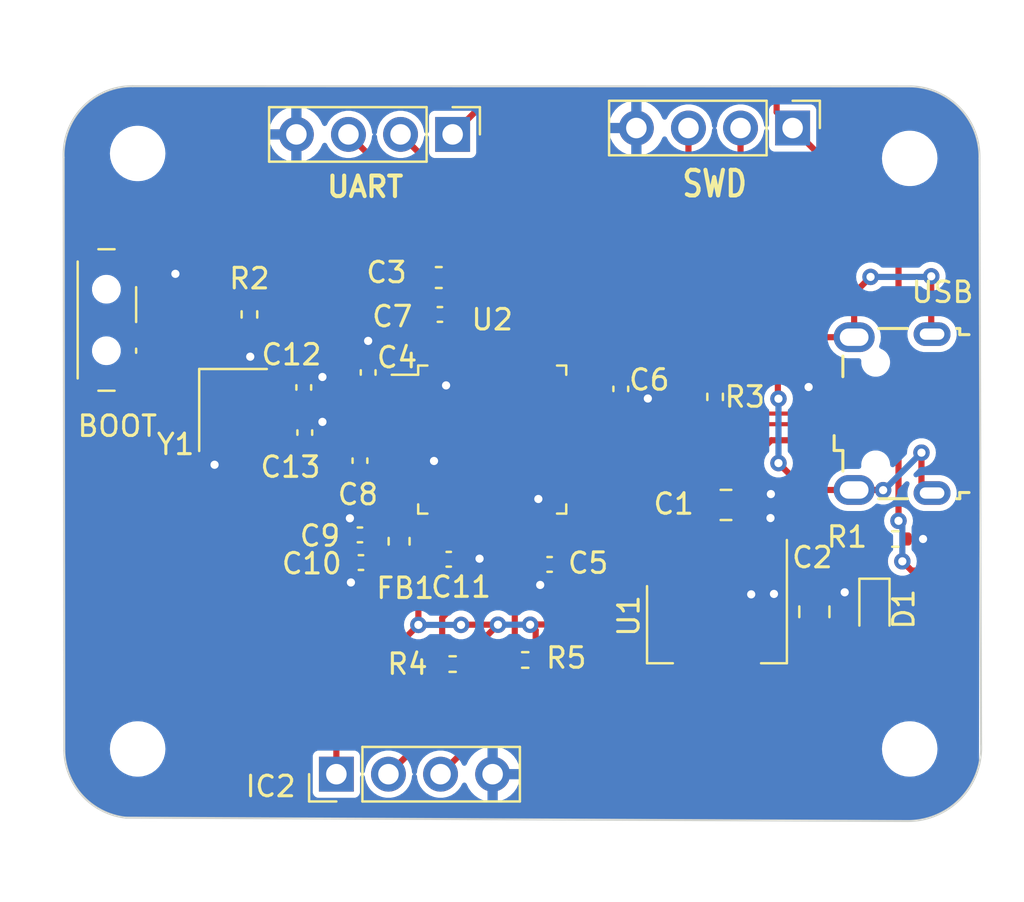
<source format=kicad_pcb>
(kicad_pcb (version 20221018) (generator pcbnew)
  (layers (0 "F.Cu" signal) (31 "B.Cu" power) (34 "B.Paste" user) (35 "F.Paste" user) (36 "B.SilkS" user "B.Silkscreen") (37 "F.SilkS" user "F.Silkscreen") (38 "B.Mask" user) (39 "F.Mask" user) (44 "Edge.Cuts" user))
  (net 0 "")
  (net 1 "VBUS")
  (net 2 "GND")
  (net 3 "+3.3V")
  (net 4 "+3.3VA")
  (net 5 "/NRST")
  (net 6 "/HSE_IN")
  (net 7 "/HSE_OUT")
  (net 8 "/PWR_LED_K")
  (net 9 "/USB_D-")
  (net 10 "/USB_D+")
  (net 12 "unconnected-(J1-Shield-Pad6)")
  (net 13 "/USART1_TX")
  (net 14 "/USART1_RX")
  (net 15 "/SWDIO")
  (net 16 "/SWCLK")
  (net 17 "/I2C2_SCL")
  (net 18 "/I2C2_SDA")
  (net 19 "/SW_B00T0")
  (net 20 "/B00T0")
  (footprint "Connector_PinHeader_2.54mm:PinHeader_1x04_P2.54mm_Vertical" (layer "F.Cu") (at 144.39 56.56 -90)
    (fp_text reference "J3")
    (fp_text value "Conn_01x04_Pin")
    (pad "1" thru_hole rect (at 0 0 270) (size 1.7 1.7) (drill 1) (layers "*.Cu" "*.Mask") (net 3 "+3.3V"))
    (pad "2" thru_hole oval (at 0 2.54 270) (size 1.7 1.7) (drill 1) (layers "*.Cu" "*.Mask") (net 15 "/SWDIO"))
    (pad "3" thru_hole oval (at 0 5.08 270) (size 1.7 1.7) (drill 1) (layers "*.Cu" "*.Mask") (net 16 "/SWCLK"))
    (pad "4" thru_hole oval (at 0 7.62 270) (size 1.7 1.7) (drill 1) (layers "*.Cu" "*.Mask") (net 2 "GND"))
  )
  (footprint "MountingHole:MountingHole_2.2mm_M2" (layer "F.Cu") (at 112.45 86.84)
    (fp_text reference "H1")
    (fp_text value "MountingHole")
    (pad "" np_thru_hole circle (at 0 0) (size 2.2 2.2) (drill 2.2) (layers "*.Cu" "*.Mask"))
  )
  (footprint "MountingHole:MountingHole_2.2mm_M2" (layer "F.Cu") (at 112.45 57.8)
    (fp_text reference "H4")
    (fp_text value "MountingHole")
    (pad "" np_thru_hole circle (at 0 0) (size 2.2 2.2) (drill 2.2) (layers "*.Cu" "*.Mask"))
  )
  (footprint "Capacitor_SMD:C_0402_1005Metric" (layer "F.Cu") (at 127.62 77.59)
    (fp_text reference "C11" (at 0.6 1.35) (layer "F.SilkS"))
    (fp_text value "100n")
    (pad "1" smd roundrect (at -0.48 0) (size 0.56 0.62) (layers "F.Cu" "F.Paste" "F.Mask") (net 5 "/NRST"))
    (pad "2" smd roundrect (at 0.48 0) (size 0.56 0.62) (layers "F.Cu" "F.Paste" "F.Mask") (net 2 "GND"))
  )
  (footprint "Resistor_SMD:R_0402_1005Metric" (layer "F.Cu") (at 140.61 69.67 -90)
    (fp_text reference "R3" (at 0 -1.45 -180) (layer "F.SilkS"))
    (fp_text value "1k5")
    (pad "1" smd roundrect (at -0.51 0 270) (size 0.54 0.64) (layers "F.Cu" "F.Paste" "F.Mask") (net 3 "+3.3V"))
    (pad "2" smd roundrect (at 0.51 0 270) (size 0.54 0.64) (layers "F.Cu" "F.Paste" "F.Mask") (net 10 "/USB_D+"))
  )
  (footprint "Resistor_SMD:R_0402_1005Metric" (layer "F.Cu") (at 117.9 65.65 90)
    (fp_text reference "R2" (at 1.75 0 180) (layer "F.SilkS"))
    (fp_text value "10k")
    (pad "1" smd roundrect (at -0.51 0 90) (size 0.54 0.64) (layers "F.Cu" "F.Paste" "F.Mask") (net 19 "/SW_B00T0"))
    (pad "2" smd roundrect (at 0.51 0 90) (size 0.54 0.64) (layers "F.Cu" "F.Paste" "F.Mask") (net 20 "/B00T0"))
  )
  (footprint "Button_Switch_SMD:SW_SPDT_PCM12" (layer "F.Cu") (at 111.255 65.92 -90)
    (fp_text reference "SW1")
    (fp_text value "SW_SPDT")
    (pad "" smd rect (at -3.65 -0.78 270) (size 1 0.8) (layers "F.Cu" "F.Paste" "F.Mask"))
    (pad "" smd rect (at -3.65 1.43 270) (size 1 0.8) (layers "F.Cu" "F.Paste" "F.Mask"))
    (pad "" np_thru_hole circle (at -1.5 0.33 270) (size 0.9 0.9) (drill 0.9) (layers "*.Cu" "*.Mask"))
    (pad "" np_thru_hole circle (at 1.5 0.33 270) (size 0.9 0.9) (drill 0.9) (layers "*.Cu" "*.Mask"))
    (pad "" smd rect (at 3.65 -0.78 270) (size 1 0.8) (layers "F.Cu" "F.Paste" "F.Mask"))
    (pad "" smd rect (at 3.65 1.43 270) (size 1 0.8) (layers "F.Cu" "F.Paste" "F.Mask"))
    (pad "1" smd rect (at -2.25 -1.43 270) (size 0.7 1.5) (layers "F.Cu" "F.Paste" "F.Mask") (net 2 "GND"))
    (pad "2" smd rect (at 0.75 -1.43 270) (size 0.7 1.5) (layers "F.Cu" "F.Paste" "F.Mask") (net 19 "/SW_B00T0"))
    (pad "3" smd rect (at 2.25 -1.43 270) (size 0.7 1.5) (layers "F.Cu" "F.Paste" "F.Mask") (net 3 "+3.3V"))
  )
  (footprint "LED_SMD:LED_0603_1608Metric" (layer "F.Cu") (at 148.38 80.0225 -90)
    (fp_text reference "D1" (at 0 -1.43 90) (layer "F.SilkS"))
    (fp_text value "RED")
    (pad "1" smd roundrect (at -0.7875 0 270) (size 0.875 0.95) (layers "F.Cu" "F.Paste" "F.Mask") (net 8 "/PWR_LED_K"))
    (pad "2" smd roundrect (at 0.7875 0 270) (size 0.875 0.95) (layers "F.Cu" "F.Paste" "F.Mask") (net 3 "+3.3V"))
  )
  (footprint "Resistor_SMD:R_0402_1005Metric" (layer "F.Cu") (at 131.35 82.5 180)
    (fp_text reference "R5" (at -2 0.1) (layer "F.SilkS"))
    (fp_text value "1k5")
    (pad "1" smd roundrect (at -0.51 0 180) (size 0.54 0.64) (layers "F.Cu" "F.Paste" "F.Mask") (net 3 "+3.3V"))
    (pad "2" smd roundrect (at 0.51 0 180) (size 0.54 0.64) (layers "F.Cu" "F.Paste" "F.Mask") (net 18 "/I2C2_SDA"))
  )
  (footprint "Package_QFP:LQFP-48_7x7mm_P0.5mm" (layer "F.Cu") (at 129.74 71.7525)
    (fp_text reference "U2" (at 0 -5.85) (layer "F.SilkS"))
    (fp_text value "STM32F103C8Tx")
    (pad "1" smd roundrect (at -4.1625 -2.75) (size 1.475 0.3) (layers "F.Cu" "F.Paste" "F.Mask") (net 3 "+3.3V"))
    (pad "2" smd roundrect (at -4.1625 -2.25) (size 1.475 0.3) (layers "F.Cu" "F.Paste" "F.Mask"))
    (pad "3" smd roundrect (at -4.1625 -1.75) (size 1.475 0.3) (layers "F.Cu" "F.Paste" "F.Mask"))
    (pad "4" smd roundrect (at -4.1625 -1.25) (size 1.475 0.3) (layers "F.Cu" "F.Paste" "F.Mask"))
    (pad "5" smd roundrect (at -4.1625 -0.75) (size 1.475 0.3) (layers "F.Cu" "F.Paste" "F.Mask") (net 6 "/HSE_IN"))
    (pad "6" smd roundrect (at -4.1625 -0.25) (size 1.475 0.3) (layers "F.Cu" "F.Paste" "F.Mask") (net 7 "/HSE_OUT"))
    (pad "7" smd roundrect (at -4.1625 0.25) (size 1.475 0.3) (layers "F.Cu" "F.Paste" "F.Mask") (net 5 "/NRST"))
    (pad "8" smd roundrect (at -4.1625 0.75) (size 1.475 0.3) (layers "F.Cu" "F.Paste" "F.Mask") (net 2 "GND"))
    (pad "9" smd roundrect (at -4.1625 1.25) (size 1.475 0.3) (layers "F.Cu" "F.Paste" "F.Mask") (net 4 "+3.3VA"))
    (pad "10" smd roundrect (at -4.1625 1.75) (size 1.475 0.3) (layers "F.Cu" "F.Paste" "F.Mask"))
    (pad "11" smd roundrect (at -4.1625 2.25) (size 1.475 0.3) (layers "F.Cu" "F.Paste" "F.Mask"))
    (pad "12" smd roundrect (at -4.1625 2.75) (size 1.475 0.3) (layers "F.Cu" "F.Paste" "F.Mask"))
    (pad "13" smd roundrect (at -2.75 4.1625) (size 0.3 1.475) (layers "F.Cu" "F.Paste" "F.Mask"))
    (pad "14" smd roundrect (at -2.25 4.1625) (size 0.3 1.475) (layers "F.Cu" "F.Paste" "F.Mask"))
    (pad "15" smd roundrect (at -1.75 4.1625) (size 0.3 1.475) (layers "F.Cu" "F.Paste" "F.Mask"))
    (pad "16" smd roundrect (at -1.25 4.1625) (size 0.3 1.475) (layers "F.Cu" "F.Paste" "F.Mask"))
    (pad "17" smd roundrect (at -0.75 4.1625) (size 0.3 1.475) (layers "F.Cu" "F.Paste" "F.Mask"))
    (pad "18" smd roundrect (at -0.25 4.1625) (size 0.3 1.475) (layers "F.Cu" "F.Paste" "F.Mask"))
    (pad "19" smd roundrect (at 0.25 4.1625) (size 0.3 1.475) (layers "F.Cu" "F.Paste" "F.Mask"))
    (pad "20" smd roundrect (at 0.75 4.1625) (size 0.3 1.475) (layers "F.Cu" "F.Paste" "F.Mask"))
    (pad "21" smd roundrect (at 1.25 4.1625) (size 0.3 1.475) (layers "F.Cu" "F.Paste" "F.Mask") (net 17 "/I2C2_SCL"))
    (pad "22" smd roundrect (at 1.75 4.1625) (size 0.3 1.475) (layers "F.Cu" "F.Paste" "F.Mask") (net 18 "/I2C2_SDA"))
    (pad "23" smd roundrect (at 2.25 4.1625) (size 0.3 1.475) (layers "F.Cu" "F.Paste" "F.Mask") (net 2 "GND"))
    (pad "24" smd roundrect (at 2.75 4.1625) (size 0.3 1.475) (layers "F.Cu" "F.Paste" "F.Mask") (net 3 "+3.3V"))
    (pad "25" smd roundrect (at 4.1625 2.75) (size 1.475 0.3) (layers "F.Cu" "F.Paste" "F.Mask"))
    (pad "26" smd roundrect (at 4.1625 2.25) (size 1.475 0.3) (layers "F.Cu" "F.Paste" "F.Mask"))
    (pad "27" smd roundrect (at 4.1625 1.75) (size 1.475 0.3) (layers "F.Cu" "F.Paste" "F.Mask"))
    (pad "28" smd roundrect (at 4.1625 1.25) (size 1.475 0.3) (layers "F.Cu" "F.Paste" "F.Mask"))
    (pad "29" smd roundrect (at 4.1625 0.75) (size 1.475 0.3) (layers "F.Cu" "F.Paste" "F.Mask"))
    (pad "30" smd roundrect (at 4.1625 0.25) (size 1.475 0.3) (layers "F.Cu" "F.Paste" "F.Mask"))
    (pad "31" smd roundrect (at 4.1625 -0.25) (size 1.475 0.3) (layers "F.Cu" "F.Paste" "F.Mask"))
    (pad "32" smd roundrect (at 4.1625 -0.75) (size 1.475 0.3) (layers "F.Cu" "F.Paste" "F.Mask") (net 9 "/USB_D-"))
    (pad "33" smd roundrect (at 4.1625 -1.25) (size 1.475 0.3) (layers "F.Cu" "F.Paste" "F.Mask") (net 10 "/USB_D+"))
    (pad "34" smd roundrect (at 4.1625 -1.75) (size 1.475 0.3) (layers "F.Cu" "F.Paste" "F.Mask") (net 15 "/SWDIO"))
    (pad "35" smd roundrect (at 4.1625 -2.25) (size 1.475 0.3) (layers "F.Cu" "F.Paste" "F.Mask") (net 2 "GND"))
    (pad "36" smd roundrect (at 4.1625 -2.75) (size 1.475 0.3) (layers "F.Cu" "F.Paste" "F.Mask") (net 3 "+3.3V"))
    (pad "37" smd roundrect (at 2.75 -4.1625) (size 0.3 1.475) (layers "F.Cu" "F.Paste" "F.Mask") (net 16 "/SWCLK"))
    (pad "38" smd roundrect (at 2.25 -4.1625) (size 0.3 1.475) (layers "F.Cu" "F.Paste" "F.Mask"))
    (pad "39" smd roundrect (at 1.75 -4.1625) (size 0.3 1.475) (layers "F.Cu" "F.Paste" "F.Mask"))
    (pad "40" smd roundrect (at 1.25 -4.1625) (size 0.3 1.475) (layers "F.Cu" "F.Paste" "F.Mask"))
    (pad "41" smd roundrect (at 0.75 -4.1625) (size 0.3 1.475) (layers "F.Cu" "F.Paste" "F.Mask"))
    (pad "42" smd roundrect (at 0.25 -4.1625) (size 0.3 1.475) (layers "F.Cu" "F.Paste" "F.Mask") (net 13 "/USART1_TX"))
    (pad "43" smd roundrect (at -0.25 -4.1625) (size 0.3 1.475) (layers "F.Cu" "F.Paste" "F.Mask") (net 14 "/USART1_RX"))
    (pad "44" smd roundrect (at -0.75 -4.1625) (size 0.3 1.475) (layers "F.Cu" "F.Paste" "F.Mask") (net 20 "/B00T0"))
    (pad "45" smd roundrect (at -1.25 -4.1625) (size 0.3 1.475) (layers "F.Cu" "F.Paste" "F.Mask"))
    (pad "46" smd roundrect (at -1.75 -4.1625) (size 0.3 1.475) (layers "F.Cu" "F.Paste" "F.Mask"))
    (pad "47" smd roundrect (at -2.25 -4.1625) (size 0.3 1.475) (layers "F.Cu" "F.Paste" "F.Mask") (net 2 "GND"))
    (pad "48" smd roundrect (at -2.75 -4.1625) (size 0.3 1.475) (layers "F.Cu" "F.Paste" "F.Mask") (net 3 "+3.3V"))
  )
  (footprint "Capacitor_SMD:C_0402_1005Metric" (layer "F.Cu") (at 132.54 77.84 180)
    (fp_text reference "C5" (at -1.8768 0.0652) (layer "F.SilkS"))
    (fp_text value "100n")
    (pad "1" smd roundrect (at -0.48 0 180) (size 0.56 0.62) (layers "F.Cu" "F.Paste" "F.Mask") (net 3 "+3.3V"))
    (pad "2" smd roundrect (at 0.48 0 180) (size 0.56 0.62) (layers "F.Cu" "F.Paste" "F.Mask") (net 2 "GND"))
  )
  (footprint "Capacitor_SMD:C_0603_1608Metric" (layer "F.Cu") (at 127.135 63.85)
    (fp_text reference "C3" (at -2.55 -0.25) (layer "F.SilkS"))
    (fp_text value "10u")
    (pad "1" smd roundrect (at -0.775 0) (size 0.9 0.95) (layers "F.Cu" "F.Paste" "F.Mask") (net 3 "+3.3V"))
    (pad "2" smd roundrect (at 0.775 0) (size 0.9 0.95) (layers "F.Cu" "F.Paste" "F.Mask") (net 2 "GND"))
  )
  (footprint "Capacitor_SMD:C_0402_1005Metric" (layer "F.Cu") (at 123.29 72.78 90)
    (fp_text reference "C8" (at -1.65 -0.1 180) (layer "F.SilkS"))
    (fp_text value "10n")
    (pad "1" smd roundrect (at -0.48 0 90) (size 0.56 0.62) (layers "F.Cu" "F.Paste" "F.Mask") (net 4 "+3.3VA"))
    (pad "2" smd roundrect (at 0.48 0 90) (size 0.56 0.62) (layers "F.Cu" "F.Paste" "F.Mask") (net 2 "GND"))
  )
  (footprint "Capacitor_SMD:C_0402_1005Metric" (layer "F.Cu") (at 123.29 76.4 180)
    (fp_text reference "C9" (at 1.95 -0.05) (layer "F.SilkS"))
    (fp_text value "1u")
    (pad "1" smd roundrect (at -0.48 0 180) (size 0.56 0.62) (layers "F.Cu" "F.Paste" "F.Mask") (net 4 "+3.3VA"))
    (pad "2" smd roundrect (at 0.48 0 180) (size 0.56 0.62) (layers "F.Cu" "F.Paste" "F.Mask") (net 2 "GND"))
  )
  (footprint "Connector_USB:USB_Micro-B_Wuerth_629105150521" (layer "F.Cu") (at 149.24 70.485 90)
    (fp_text reference "J1")
    (fp_text value "USB_B_Micro")
    (pad "" np_thru_hole oval (at -2.5 -0.8 90) (size 0.8 0.8) (drill 0.8) (layers "*.Cu" "*.Mask"))
    (pad "" np_thru_hole oval (at 2.5 -0.8 90) (size 0.8 0.8) (drill 0.8) (layers "*.Cu" "*.Mask"))
    (pad "1" smd rect (at -1.3 -1.9 90) (size 0.45 1.3) (layers "F.Cu" "F.Paste" "F.Mask") (net 1 "VBUS"))
    (pad "2" smd rect (at -0.65 -1.9 90) (size 0.45 1.3) (layers "F.Cu" "F.Paste" "F.Mask") (net 9 "/USB_D-"))
    (pad "3" smd rect (at 0 -1.9 90) (size 0.45 1.3) (layers "F.Cu" "F.Paste" "F.Mask") (net 10 "/USB_D+"))
    (pad "4" smd rect (at 0.65 -1.9 90) (size 0.45 1.3) (layers "F.Cu" "F.Paste" "F.Mask"))
    (pad "5" smd rect (at 1.3 -1.9 90) (size 0.45 1.3) (layers "F.Cu" "F.Paste" "F.Mask") (net 2 "GND"))
    (pad "6" thru_hole oval (at -3.875 1.95 90) (size 1.15 1.8) (drill oval 0.55 1.2) (layers "*.Cu" "*.Mask") (net 12 "unconnected-(J1-Shield-Pad6)"))
    (pad "6" thru_hole oval (at -3.725 -1.85 90) (size 1.45 2) (drill oval 0.85 1.4) (layers "*.Cu" "*.Mask") (net 12 "unconnected-(J1-Shield-Pad6)"))
    (pad "6" thru_hole oval (at 3.725 -1.85 90) (size 1.45 2) (drill oval 0.85 1.4) (layers "*.Cu" "*.Mask") (net 12 "unconnected-(J1-Shield-Pad6)"))
    (pad "6" thru_hole oval (at 3.875 1.95 90) (size 1.15 1.8) (drill oval 0.55 1.2) (layers "*.Cu" "*.Mask") (net 12 "unconnected-(J1-Shield-Pad6)"))
  )
  (footprint "Resistor_SMD:R_0402_1005Metric" (layer "F.Cu") (at 149.4 76.6)
    (fp_text reference "R1" (at -2.36 -0.1) (layer "F.SilkS"))
    (fp_text value "1k5")
    (pad "1" smd roundrect (at -0.51 0) (size 0.54 0.64) (layers "F.Cu" "F.Paste" "F.Mask") (net 8 "/PWR_LED_K"))
    (pad "2" smd roundrect (at 0.51 0) (size 0.54 0.64) (layers "F.Cu" "F.Paste" "F.Mask") (net 2 "GND"))
  )
  (footprint "Capacitor_SMD:C_0402_1005Metric" (layer "F.Cu") (at 123.69 68.48 90)
    (fp_text reference "C4" (at 0.73 1.41) (layer "F.SilkS"))
    (fp_text value "100n")
    (pad "1" smd roundrect (at -0.48 0 90) (size 0.56 0.62) (layers "F.Cu" "F.Paste" "F.Mask") (net 3 "+3.3V"))
    (pad "2" smd roundrect (at 0.48 0 90) (size 0.56 0.62) (layers "F.Cu" "F.Paste" "F.Mask") (net 2 "GND"))
  )
  (footprint "Capacitor_SMD:C_0805_2012Metric" (layer "F.Cu") (at 141.14 74.94)
    (fp_text reference "C1" (at -2.55 -0.05) (layer "F.SilkS"))
    (fp_text value "22u")
    (pad "1" smd roundrect (at -0.95 0) (size 1 1.45) (layers "F.Cu" "F.Paste" "F.Mask") (net 1 "VBUS"))
    (pad "2" smd roundrect (at 0.95 0) (size 1 1.45) (layers "F.Cu" "F.Paste" "F.Mask") (net 2 "GND"))
  )
  (footprint "Capacitor_SMD:C_0805_2012Metric" (layer "F.Cu") (at 145.45 80.15 90)
    (fp_text reference "C2" (at 2.65 -0.1 180) (layer "F.SilkS"))
    (fp_text value "22u")
    (pad "1" smd roundrect (at -0.95 0 90) (size 1 1.45) (layers "F.Cu" "F.Paste" "F.Mask") (net 3 "+3.3V"))
    (pad "2" smd roundrect (at 0.95 0 90) (size 1 1.45) (layers "F.Cu" "F.Paste" "F.Mask") (net 2 "GND"))
  )
  (footprint "Connector_PinHeader_2.54mm:PinHeader_1x04_P2.54mm_Vertical" (layer "F.Cu") (at 127.81 56.87 -90)
    (fp_text reference "J2")
    (fp_text value "Conn_01x04_Pin")
    (pad "1" thru_hole rect (at 0 0 270) (size 1.7 1.7) (drill 1) (layers "*.Cu" "*.Mask") (net 3 "+3.3V"))
    (pad "2" thru_hole oval (at 0 2.54 270) (size 1.7 1.7) (drill 1) (layers "*.Cu" "*.Mask") (net 13 "/USART1_TX"))
    (pad "3" thru_hole oval (at 0 5.08 270) (size 1.7 1.7) (drill 1) (layers "*.Cu" "*.Mask") (net 14 "/USART1_RX"))
    (pad "4" thru_hole oval (at 0 7.62 270) (size 1.7 1.7) (drill 1) (layers "*.Cu" "*.Mask") (net 2 "GND"))
  )
  (footprint "MountingHole:MountingHole_2.2mm_M2" (layer "F.Cu") (at 150.1 86.84)
    (fp_text reference "H2")
    (fp_text value "MountingHole")
    (pad "" np_thru_hole circle (at 0 0) (size 2.2 2.2) (drill 2.2) (layers "F&B.Cu" "*.Mask"))
  )
  (footprint "Package_TO_SOT_SMD:SOT-223-3_TabPin2" (layer "F.Cu") (at 140.7 80.75 -90)
    (fp_text reference "U1" (at -0.4 4.3 90) (layer "F.SilkS"))
    (fp_text value "AMS1117-3.3")
    (pad "1" smd rect (at -3.15 -2.3 270) (size 2 1.5) (layers "F.Cu" "F.Paste" "F.Mask") (net 2 "GND"))
    (pad "2" smd rect (at -3.15 0 270) (size 2 1.5) (layers "F.Cu" "F.Paste" "F.Mask") (net 3 "+3.3V"))
    (pad "2" smd rect (at 3.15 0 270) (size 2 3.8) (layers "F.Cu" "F.Paste" "F.Mask") (net 3 "+3.3V"))
    (pad "3" smd rect (at -3.15 2.3 270) (size 2 1.5) (layers "F.Cu" "F.Paste" "F.Mask") (net 1 "VBUS"))
  )
  (footprint "Crystal:Crystal_SMD_3225-4Pin_3.2x2.5mm" (layer "F.Cu") (at 117.1 70.31 -90)
    (fp_text reference "Y1" (at 1.6736 2.8 -180) (layer "F.SilkS"))
    (fp_text value "16MHz")
    (pad "1" smd rect (at -1.1 0.85 270) (size 1.4 1.2) (layers "F.Cu" "F.Paste" "F.Mask") (net 6 "/HSE_IN"))
    (pad "2" smd rect (at 1.1 0.85 270) (size 1.4 1.2) (layers "F.Cu" "F.Paste" "F.Mask") (net 2 "GND"))
    (pad "3" smd rect (at 1.1 -0.85 270) (size 1.4 1.2) (layers "F.Cu" "F.Paste" "F.Mask") (net 7 "/HSE_OUT"))
    (pad "4" smd rect (at -1.1 -0.85 270) (size 1.4 1.2) (layers "F.Cu" "F.Paste" "F.Mask") (net 2 "GND"))
  )
  (footprint "Capacitor_SMD:C_0402_1005Metric" (layer "F.Cu") (at 136.01 69.28 -90)
    (fp_text reference "C6" (at -0.44 -1.39 -180) (layer "F.SilkS"))
    (fp_text value "100n")
    (pad "1" smd roundrect (at -0.48 0 270) (size 0.56 0.62) (layers "F.Cu" "F.Paste" "F.Mask") (net 3 "+3.3V"))
    (pad "2" smd roundrect (at 0.48 0 270) (size 0.56 0.62) (layers "F.Cu" "F.Paste" "F.Mask") (net 2 "GND"))
  )
  (footprint "Capacitor_SMD:C_0402_1005Metric" (layer "F.Cu") (at 120.55 69.21 90)
    (fp_text reference "C12" (at 1.6 -0.6 180) (layer "F.SilkS"))
    (fp_text value "10p")
    (pad "1" smd roundrect (at -0.48 0 90) (size 0.56 0.62) (layers "F.Cu" "F.Paste" "F.Mask") (net 6 "/HSE_IN"))
    (pad "2" smd roundrect (at 0.48 0 90) (size 0.56 0.62) (layers "F.Cu" "F.Paste" "F.Mask") (net 2 "GND"))
  )
  (footprint "Capacitor_SMD:C_0402_1005Metric" (layer "F.Cu") (at 120.6 71.41 90)
    (fp_text reference "C13" (at -1.68 -0.7) (layer "F.SilkS"))
    (fp_text value "10p")
    (pad "1" smd roundrect (at -0.48 0 90) (size 0.56 0.62) (layers "F.Cu" "F.Paste" "F.Mask") (net 7 "/HSE_OUT"))
    (pad "2" smd roundrect (at 0.48 0 90) (size 0.56 0.62) (layers "F.Cu" "F.Paste" "F.Mask") (net 2 "GND"))
  )
  (footprint "Capacitor_SMD:C_0402_1005Metric" (layer "F.Cu") (at 123.34 77.75 180)
    (fp_text reference "C10" (at 2.4 -0.05) (layer "F.SilkS"))
    (fp_text value "1u")
    (pad "1" smd roundrect (at -0.48 0 180) (size 0.56 0.62) (layers "F.Cu" "F.Paste" "F.Mask") (net 3 "+3.3V"))
    (pad "2" smd roundrect (at 0.48 0 180) (size 0.56 0.62) (layers "F.Cu" "F.Paste" "F.Mask") (net 2 "GND"))
  )
  (footprint "MountingHole:MountingHole_2.2mm_M2" (layer "F.Cu") (at 150.1 58.04)
    (fp_text reference "H3")
    (fp_text value "MountingHole")
    (pad "" np_thru_hole circle (at 0 0) (size 2.2 2.2) (drill 2.2) (layers "*.Cu" "*.Mask"))
  )
  (footprint "Inductor_SMD:L_0603_1608Metric" (layer "F.Cu") (at 125.2 76.7125 -90)
    (fp_text reference "FB1" (at 2.2875 -0.3 -180) (layer "F.SilkS"))
    (fp_text value "120R")
    (pad "1" smd roundrect (at -0.7875 0 270) (size 0.875 0.95) (layers "F.Cu" "F.Paste" "F.Mask") (net 4 "+3.3VA"))
    (pad "2" smd roundrect (at 0.7875 0 270) (size 0.875 0.95) (layers "F.Cu" "F.Paste" "F.Mask") (net 3 "+3.3V"))
  )
  (footprint "Connector_PinHeader_2.54mm:PinHeader_1x04_P2.54mm_Vertical" (layer "F.Cu") (at 122.14 88.07 90)
    (fp_text reference "J4")
    (fp_text value "Conn_01x04_Pin")
    (pad "1" thru_hole rect (at 0 0 90) (size 1.7 1.7) (drill 1) (layers "*.Cu" "*.Mask") (net 3 "+3.3V"))
    (pad "2" thru_hole oval (at 0 2.54 90) (size 1.7 1.7) (drill 1) (layers "*.Cu" "*.Mask") (net 17 "/I2C2_SCL"))
    (pad "3" thru_hole oval (at 0 5.08 90) (size 1.7 1.7) (drill 1) (layers "*.Cu" "*.Mask") (net 18 "/I2C2_SDA"))
    (pad "4" thru_hole oval (at 0 7.62 90) (size 1.7 1.7) (drill 1) (layers "*.Cu" "*.Mask") (net 2 "GND"))
  )
  (footprint "Capacitor_SMD:C_0402_1005Metric" (layer "F.Cu") (at 127.19 65.65)
    (fp_text reference "C7" (at -2.32 0.1) (layer "F.SilkS"))
    (fp_text value "100n")
    (pad "1" smd roundrect (at -0.48 0) (size 0.56 0.62) (layers "F.Cu" "F.Paste" "F.Mask") (net 3 "+3.3V"))
    (pad "2" smd roundrect (at 0.48 0) (size 0.56 0.62) (layers "F.Cu" "F.Paste" "F.Mask") (net 2 "GND"))
  )
  (footprint "Resistor_SMD:R_0402_1005Metric" (layer "F.Cu") (at 127.81 82.7 180)
    (fp_text reference "R4" (at 2.2 0) (layer "F.SilkS"))
    (fp_text value "1k5")
    (pad "1" smd roundrect (at -0.51 0 180) (size 0.54 0.64) (layers "F.Cu" "F.Paste" "F.Mask") (net 3 "+3.3V"))
    (pad "2" smd roundrect (at 0.51 0 180) (size 0.54 0.64) (layers "F.Cu" "F.Paste" "F.Mask") (net 17 "/I2C2_SCL"))
  )
  (gr_arc (start 111.88 90.189999) (mid 109.762653 89.123604) (end 108.871826 86.92661) (stroke (width 0.1)) (layer "Edge.Cuts"))
  (gr_arc (start 150.147759 54.529949) (mid 152.55117 55.590382) (end 153.499999 58.04) (stroke (width 0.1)) (layer "Edge.Cuts"))
  (gr_line (start 153.58 86.6) (end 153.5 58.04) (stroke (width 0.1)) (layer "Edge.Cuts"))
  (gr_line (start 150.038536 90.353827) (end 111.88 90.19) (stroke (width 0.1)) (layer "Edge.Cuts"))
  (gr_arc (start 153.58 86.6) (mid 152.606963 89.229481) (end 150.038536 90.353827) (stroke (width 0.1)) (layer "Edge.Cuts"))
  (gr_arc (start 108.842535 57.993499) (mid 109.781849 55.535056) (end 112.21 54.520001) (stroke (width 0.1)) (layer "Edge.Cuts"))
  (gr_line (start 112.21 54.52) (end 150.147759 54.529949) (stroke (width 0.1)) (layer "Edge.Cuts"))
  (gr_line (start 108.871826 86.92661) (end 108.842535 57.993499) (stroke (width 0.1)) (layer "Edge.Cuts"))
  (gr_text "Prince Lee Muhera\nAspiring Hardware Engineer" (at 132.6388 89.154) (layer "F.Cu") (effects (font (size 0.7 0.7) (thickness 0.125) bold) (justify left bottom)))
  (gr_text "UART" (at 121.58 60.01) (layer "F.SilkS") (effects (font (size 1 1) (thickness 0.2) bold) (justify left bottom)))
  (gr_text "BOOT" (at 109.43 71.68) (layer "F.SilkS") (effects (font (size 1 1)) (justify left bottom)))
  (gr_text "USB" (at 150.1 65.15) (layer "F.SilkS") (effects (font (size 1 1)) (justify left bottom)))
  (gr_text "IC2" (at 117.62 89.25) (layer "F.SilkS") (effects (font (size 1 1)) (justify left bottom)))
  (gr_text "SWD" (at 138.91 60.01) (layer "F.SilkS") (effects (font (size 1.25 1) (thickness 0.2) bold) (justify left bottom)))
  (segment (start 138.4 77.6) (end 138.4 76.73) (width 0.3) (layer "F.Cu") (net 1))
  (segment (start 138.4 76.73) (end 140.19 74.94) (width 0.3) (layer "F.Cu") (net 1))
  (segment (start 143.345 71.785) (end 147.34 71.785) (width 0.3) (layer "F.Cu") (net 1))
  (segment (start 140.19 74.94) (end 143.345 71.785) (width 0.3) (layer "F.Cu") (net 1))
  (segment (start 135.13 69.76) (end 136.01 69.76) (width 0.3) (layer "F.Cu") (net 2))
  (segment (start 124.33 72.33) (end 123.32 72.33) (width 0.3) (layer "F.Cu") (net 2))
  (segment (start 122.86 77.75) (end 122.86 78.71) (width 0.5) (layer "F.Cu") (net 2))
  (segment (start 117.95 69.21) (end 117.95 67.72) (width 0.3) (layer "F.Cu") (net 2))
  (segment (start 127.9 64.96) (end 127.9 63.86) (width 0.3) (layer "F.Cu") (net 2))
  (segment (start 123.32 72.33) (end 123.29 72.3) (width 0.3) (layer "F.Cu") (net 2))
  (segment (start 124.5025 72.5025) (end 124.33 72.33) (width 0.3) (layer "F.Cu") (net 2))
  (segment (start 132.06 78.8216) (end 132.08 78.8416) (width 0.3) (layer "F.Cu") (net 2))
  (segment (start 125.5775 72.5025) (end 124.5025 72.5025) (width 0.3) (layer "F.Cu") (net 2))
  (segment (start 127.67 65.65) (end 127.67 65.19) (width 0.3) (layer "F.Cu") (net 2))
  (segment (start 127.9 63.86) (end 127.91 63.85) (width 0.3) (layer "F.Cu") (net 2))
  (segment (start 122.81 76.4) (end 122.81 75.6) (width 0.5) (layer "F.Cu") (net 2))
  (segment (start 147.34 69.185) (end 145.175 69.185) (width 0.3) (layer "F.Cu") (net 2))
  (segment (start 149.91 76.6) (end 150.75 76.6) (width 0.3) (layer "F.Cu") (net 2))
  (segment (start 131.99 77.77) (end 132.06 77.84) (width 0.3) (layer "F.Cu") (net 2))
  (segment (start 120.6 70.93) (end 121.42 70.93) (width 0.5) (layer "F.Cu") (net 2))
  (segment (start 127.69 66.49) (end 127.69 65.67) (width 0.3) (layer "F.Cu") (net 2))
  (segment (start 136.01 69.76) (end 137.32 69.76) (width 0.3) (layer "F.Cu") (net 2))
  (segment (start 133.9025 69.5025) (end 134.8725 69.5025) (width 0.3) (layer "F.Cu") (net 2))
  (segment (start 120.55 68.73) (end 121.43 68.73) (width 0.5) (layer "F.Cu") (net 2))
  (segment (start 121.42 70.93) (end 121.46 70.89) (width 0.5) (layer "F.Cu") (net 2))
  (segment (start 145.175 69.185) (end 145.17 69.19) (width 0.3) (layer "F.Cu") (net 2))
  (segment (start 116.25 71.41) (end 116.25 72.93) (width 0.3) (layer "F.Cu") (net 2))
  (segment (start 127.49 66.69) (end 127.69 66.49) (width 0.3) (layer "F.Cu") (net 2))
  (segment (start 125.5775 72.5025) (end 126.608212 72.5025) (width 0.3) (layer "F.Cu") (net 2))
  (segment (start 126.608212 72.5025) (end 126.90152 72.795808) (width 0.3) (layer "F.Cu") (net 2))
  (segment (start 131.99 75.915) (end 131.99 74.65) (width 0.3) (layer "F.Cu") (net 2))
  (segment (start 127.49 67.59) (end 127.49 66.69) (width 0.3) (layer "F.Cu") (net 2))
  (segment (start 127.49 67.59) (end 127.49 69.11) (width 0.3) (layer "F.Cu") (net 2))
  (segment (start 132.06 77.84) (end 132.06 78.8216) (width 0.3) (layer "F.Cu") (net 2))
  (segment (start 129.122794 77.560793) (end 129.093587 77.59) (width 0.25) (layer "F.Cu") (net 2))
  (segment (start 112.685 63.67) (end 114.29 63.67) (width 0.5) (layer "F.Cu") (net 2))
  (segment (start 123.69 68) (end 123.69 66.94) (width 0.5) (layer "F.Cu") (net 2))
  (segment (start 121.43 68.73) (end 121.46 68.7) (width 0.5) (layer "F.Cu") (net 2))
  (segment (start 116.25 72.93) (end 116.2 72.98) (width 0.3) (layer "F.Cu") (net 2))
  (segment (start 129.093587 77.59) (end 128.1 77.59) (width 0.25) (layer "F.Cu") (net 2))
  (segment (start 137.32 69.76) (end 137.33 69.75) (width 0.3) (layer "F.Cu") (net 2))
  (segment (start 134.8725 69.5025) (end 135.13 69.76) (width 0.3) (layer "F.Cu") (net 2))
  (segment (start 117.95 67.72) (end 117.94 67.71) (width 0.3) (layer "F.Cu") (net 2))
  (segment (start 131.99 75.915) (end 131.99 77.77) (width 0.3) (layer "F.Cu") (net 2))
  (segment (start 127.69 65.67) (end 127.67 65.65) (width 0.3) (layer "F.Cu") (net 2))
  (segment (start 127.67 65.19) (end 127.9 64.96) (width 0.3) (layer "F.Cu") (net 2))
  (segment (start 122.81 75.6) (end 122.8 75.59) (width 0.5) (layer "F.Cu") (net 2))
  (segment (start 122.86 78.71) (end 122.85 78.72) (width 0.5) (layer "F.Cu") (net 2))
  (via (at 114.29 63.67) (size 0.8) (drill 0.4) (layers "F.Cu" "B.Cu") (net 2))
  (via (at 123.69 66.94) (size 0.8) (drill 0.4) (layers "F.Cu" "B.Cu") (net 2))
  (via (at 146.93 79.2) (size 0.8) (drill 0.4) (layers "F.Cu" "B.Cu") (net 2))
  (via (at 122.8 75.59) (size 0.8) (drill 0.4) (layers "F.Cu" "B.Cu") (net 2))
  (via (at 137.33 69.75) (size 0.8) (drill 0.4) (layers "F.Cu" "B.Cu") (net 2))
  (via (at 126.90152 72.795808) (size 0.8) (drill 0.4) (layers "F.Cu" "B.Cu") (net 2))
  (via (at 129.122794 77.560793) (size 0.8) (drill 0.4) (layers "F.Cu" "B.Cu") (net 2))
  (via (at 142.37 79.3) (size 0.8) (drill 0.4) (layers "F.Cu" "B.Cu") (net 2))
  (via (at 122.85 78.72) (size 0.8) (drill 0.4) (layers "F.Cu" "B.Cu") (net 2))
  (via (at 127.49 69.11) (size 0.8) (drill 0.4) (layers "F.Cu" "B.Cu") (net 2))
  (via (at 143.48 79.28) (size 0.8) (drill 0.4) (layers "F.Cu" "B.Cu") (net 2))
  (via (at 132.08 78.8416) (size 0.8) (drill 0.4) (layers "F.Cu" "B.Cu") (net 2))
  (via (at 143.33 74.41) (size 0.8) (drill 0.4) (layers "F.Cu" "B.Cu") (net 2))
  (via (at 121.46 70.89) (size 0.8) (drill 0.4) (layers "F.Cu" "B.Cu") (net 2))
  (via (at 116.2 72.98) (size 0.8) (drill 0.4) (layers "F.Cu" "B.Cu") (net 2))
  (via (at 121.46 68.7) (size 0.8) (drill 0.4) (layers "F.Cu" "B.Cu") (net 2))
  (via (at 150.75 76.6) (size 0.8) (drill 0.4) (layers "F.Cu" "B.Cu") (net 2))
  (via (at 143.31 75.58) (size 0.8) (drill 0.4) (layers "F.Cu" "B.Cu") (net 2))
  (via (at 131.99 74.65) (size 0.8) (drill 0.4) (layers "F.Cu" "B.Cu") (net 2))
  (via (at 117.94 67.71) (size 0.8) (drill 0.4) (layers "F.Cu" "B.Cu") (net 2))
  (via (at 145.17 69.19) (size 0.8) (drill 0.4) (layers "F.Cu" "B.Cu") (net 2))
  (segment (start 132.49 75.915) (end 132.49 77.267035) (width 0.3) (layer "F.Cu") (net 3))
  (segment (start 126.14 80.79) (end 126.14 78.44) (width 0.3) (layer "F.Cu") (net 3))
  (segment (start 147.04 81.1) (end 147.04 82.43) (width 0.3) (layer "F.Cu") (net 3))
  (segment (start 128.32 82.7) (end 128.32 82.48) (width 0.3) (layer "F.Cu") (net 3))
  (segment (start 126.71 65.65) (end 126.71 65.32) (width 0.3) (layer "F.Cu") (net 3))
  (segment (start 126.43 65.04) (end 126.43 63.92) (width 0.3) (layer "F.Cu") (net 3))
  (segment (start 126.43 63.92) (end 126.36 63.85) (width 0.3) (layer "F.Cu") (net 3))
  (segment (start 131.86 81.0505) (end 131.5895 80.78) (width 0.3) (layer "F.Cu") (net 3))
  (segment (start 121.35 66.96) (end 122.01 66.96) (width 0.3) (layer "F.Cu") (net 3))
  (segment (start 132.572965 77.35) (end 132.58 77.35) (width 0.3) (layer "F.Cu") (net 3))
  (segment (start 143.609775 54.878234) (end 143.609775 55.779775) (width 0.3) (layer "F.Cu") (net 3))
  (segment (start 123.5 68.77) (end 123.69 68.96) (width 0.3) (layer "F.Cu") (net 3))
  (segment (start 148.09 81.1) (end 148.38 80.81) (width 0.3) (layer "F.Cu") (net 3))
  (segment (start 134.74 80.77) (end 134.74 79.56) (width 0.3) (layer "F.Cu") (net 3))
  (segment (start 126.14 78.44) (end 125.2 77.5) (width 0.3) (layer "F.Cu") (net 3))
  (segment (start 131.5995 80.77) (end 131.5895 80.78) (width 0.3) (layer "F.Cu") (net 3))
  (segment (start 145.6 86.17) (end 140.63 86.17) (width 0.3) (layer "F.Cu") (net 3))
  (segment (start 126.7 66.53) (end 126.7 65.66) (width 0.3) (layer "F.Cu") (net 3))
  (segment (start 113.085 68.17) (end 114.295 66.96) (width 0.3) (layer "F.Cu") (net 3))
  (segment (start 128.32 82.48) (end 130.02 80.78) (width 0.3) (layer "F.Cu") (net 3))
  (segment (start 128.23 80.78) (end 128.22 80.79) (width 0.3) (layer "F.Cu") (net 3))
  (segment (start 134.9075 69.0025) (end 135.12 68.79) (width 0.3) (layer "F.Cu") (net 3))
  (segment (start 140.7 86.1) (end 140.7 83.9) (width 0.3) (layer "F.Cu") (net 3))
  (segment (start 140.63 86.17) (end 135.76 86.17) (width 0.3) (layer "F.Cu") (net 3))
  (segment (start 122.865 84.065) (end 122.14 84.79) (width 0.3) (layer "F.Cu") (net 3))
  (segment (start 134.74 85.15) (end 134.74 80.77) (width 0.3) (layer "F.Cu") (net 3))
  (segment (start 126.7 65.66) (end 126.71 65.65) (width 0.3) (layer "F.Cu") (net 3))
  (segment (start 122.865 84.065) (end 112.785 73.985) (width 0.3) (layer "F.Cu") (net 3))
  (segment (start 132.49 77.267035) (end 132.572965 77.35) (width 0.3) (layer "F.Cu") (net 3))
  (segment (start 126.14 80.79) (end 122.865 84.065) (width 0.3) (layer "F.Cu") (net 3))
  (segment (start 147.04 85.15) (end 145.81 86.38) (width 0.3) (layer "F.Cu") (net 3))
  (segment (start 145.45 81.1) (end 147.04 81.1) (width 0.3) (layer "F.Cu") (net 3))
  (segment (start 151.65 78.14) (end 150.19 78.14) (width 0.3) (layer "F.Cu") (net 3))
  (segment (start 129.805386 54.874614) (end 143.609775 54.878234) (width 0.3) (layer "F.Cu") (net 3))
  (segment (start 134.74 80.77) (end 131.5995 80.77) (width 0.3) (layer "F.Cu") (net 3))
  (segment (start 121.35 66.96) (end 124.46 63.85) (width 0.3) (layer "F.Cu") (net 3))
  (segment (start 133.02 77.79) (end 133.02 77.84) (width 0.3) (layer "F.Cu") (net 3))
  (segment (start 130.02 80.78) (end 128.23 80.78) (width 0.3) (layer "F.Cu") (net 3))
  (segment (start 126.99 67.59) (end 126.99 66.82) (width 0.3) (layer "F.Cu") (net 3))
  (segment (start 140.25 68.8) (end 140.61 69.16) (width 0.3) (layer "F.Cu") (net 3))
  (segment (start 147.04 82.43) (end 147.04 85.15) (width 0.3) (layer "F.Cu") (net 3))
  (segment (start 114.295 66.96) (end 121.35 66.96) (width 0.3) (layer "F.Cu") (net 3))
  (segment (start 150.78 82.43) (end 151.66 81.55) (width 0.3) (layer "F.Cu") (net 3))
  (segment (start 123.82 77.75) (end 124.95 77.75) (width 0.3) (layer "F.Cu") (net 3))
  (segment (start 134.74 79.56) (end 133.02 77.84) (width 0.3) (layer "F.Cu") (net 3))
  (segment (start 145.81 86.38) (end 145.6 86.17) (width 0.3) (layer "F.Cu") (net 3))
  (segment (start 140.63 86.17) (end 140.7 86.1) (width 0.3) (layer "F.Cu") (net 3))
  (segment (start 122.14 84.79) (end 122.14 88.07) (width 0.3) (layer "F.Cu") (net 3))
  (segment (start 127.81 56.87) (end 129.805386 54.874614) (width 0.3) (layer "F.Cu") (net 3))
  (segment (start 135.76 86.17) (end 134.74 85.15) (width 0.3) (layer "F.Cu") (net 3))
  (segment (start 147.715 62.055) (end 140.61 69.16) (width 0.3) (layer "F.Cu") (net 3))
  (segment (start 126.71 65.32) (end 126.43 65.04) (width 0.3) (layer "F.Cu") (net 3))
  (segment (start 151.66 78.15) (end 151.65 78.14) (width 0.3) (layer "F.Cu") (net 3))
  (segment (start 135.13 68.8) (end 136.01 68.8) (width 0.3) (layer "F.Cu") (net 3))
  (segment (start 149.553532 75.714684) (end 149.553532 61.723532) (width 0.3) (layer "F.Cu") (net 3))
  (segment (start 124.46 63.85) (end 126.36 63.85) (width 0.3) (layer "F.Cu") (net 3))
  (segment (start 122.71 68.77) (end 123.5 68.77) (width 0.3) (layer "F.Cu") (net 3))
  (segment (start 147.715 59.885) (end 144.39 56.56) (width 0.3) (layer "F.Cu") (net 3))
  (segment (start 149.553532 61.723532) (end 147.715 59.885) (width 0.3) (layer "F.Cu") (net 3))
  (segment (start 136.01 68.8) (end 140.25 68.8) (width 0.3) (layer "F.Cu") (net 3))
  (segment (start 133.9025 69.0025) (end 134.9075 69.0025) (width 0.3) (layer "F.Cu") (net 3))
  (segment (start 112.785 73.985) (end 112.785 68.27) (width 0.3) (layer "F.Cu") (net 3))
  (segment (start 140.7 77.6) (end 140.7 83.9) (width 0.3) (layer "F.Cu") (net 3))
  (segment (start 124.95 77.75) (end 125.2 77.5) (width 0.3) (layer "F.Cu") (net 3))
  (segment (start 122.71 67.66) (end 122.71 68.77) (width 0.3) (layer "F.Cu") (net 3))
  (segment (start 131.86 82.5) (end 131.86 81.0505) (width 0.3) (layer "F.Cu") (net 3))
  (segment (start 147.04 82.43) (end 150.78 82.43) (width 0.3) (layer "F.Cu") (net 3))
  (segment (start 132.58 77.35) (end 133.02 77.79) (width 0.3) (layer "F.Cu") (net 3))
  (segment (start 112.785 68.27) (end 112.685 68.17) (width 0.3) (layer "F.Cu") (net 3))
  (segment (start 125.535 68.96) (end 125.5775 69.0025) (width 0.3) (layer "F.Cu") (net 3))
  (segment (start 122.01 66.96) (end 122.71 67.66) (width 0.3) (layer "F.Cu") (net 3))
  (segment (start 147.715 59.885) (end 147.715 62.055) (width 0.3) (layer "F.Cu") (net 3))
  (segment (start 112.685 68.17) (end 113.085 68.17) (width 0.3) (layer "F.Cu") (net 3))
  (segment (start 147.04 81.1) (end 148.09 81.1) (width 0.3) (layer "F.Cu") (net 3))
  (segment (start 150.19 78.14) (end 149.74 77.69) (width 0.3) (layer "F.Cu") (net 3))
  (segment (start 123.69 68.96) (end 125.535 68.96) (width 0.3) (layer "F.Cu") (net 3))
  (segment (start 135.12 68.79) (end 135.13 68.8) (width 0.3) (layer "F.Cu") (net 3))
  (segment (start 151.66 81.55) (end 151.66 78.15) (width 0.3) (layer "F.Cu") (net 3))
  (segment (start 126.99 66.82) (end 126.7 66.53) (width 0.3) (layer "F.Cu") (net 3))
  (segment (start 143.609775 55.779775) (end 144.39 56.56) (width 0.3) (layer "F.Cu") (net 3))
  (via (at 131.5895 80.78) (size 0.8) (drill 0.4) (layers "F.Cu" "B.Cu") (net 3))
  (via (at 128.22 80.79) (size 0.8) (drill 0.4) (layers "F.Cu" "B.Cu") (net 3))
  (via (at 149.553532 75.714684) (size 0.8) (drill 0.4) (layers "F.Cu" "B.Cu") (net 3))
  (via (at 149.74 77.69) (size 0.8) (drill 0.4) (layers "F.Cu" "B.Cu") (net 3))
  (via (at 126.14 80.79) (size 0.8) (drill 0.4) (layers "F.Cu" "B.Cu") (net 3))
  (via (at 130.02 80.78) (size 0.8) (drill 0.4) (layers "F.Cu" "B.Cu") (net 3))
  (segment (start 149.74 75.901152) (end 149.553532 75.714684) (width 0.3) (layer "B.Cu") (net 3))
  (segment (start 128.22 80.79) (end 126.14 80.79) (width 0.3) (layer "B.Cu") (net 3))
  (segment (start 149.74 77.69) (end 149.74 75.901152) (width 0.3) (layer "B.Cu") (net 3))
  (segment (start 131.5895 80.78) (end 130.02 80.78) (width 0.3) (layer "B.Cu") (net 3))
  (segment (start 123.57 74.8) (end 123.81 74.8) (width 0.3) (layer "F.Cu") (net 4))
  (segment (start 122.64 73.26) (end 122.12 73.78) (width 0.3) (layer "F.Cu") (net 4))
  (segment (start 122.12 73.78) (end 122.12 74.78) (width 0.3) (layer "F.Cu") (net 4))
  (segment (start 123.32 73.29) (end 123.29 73.26) (width 0.3) (layer "F.Cu") (net 4))
  (segment (start 125.5775 73.0025) (end 124.5575 73.0025) (width 0.3) (layer "F.Cu") (net 4))
  (segment (start 123.29 73.26) (end 122.64 73.26) (width 0.3) (layer "F.Cu") (net 4))
  (segment (start 122.1 74.8) (end 123.57 74.8) (width 0.3) (layer "F.Cu") (net 4))
  (segment (start 123.57 74.8) (end 123.57 76.2) (width 0.3) (layer "F.Cu") (net 4))
  (segment (start 123.57 76.2) (end 123.77 76.4) (width 0.3) (layer "F.Cu") (net 4))
  (segment (start 123.81 74.8) (end 124.935 75.925) (width 0.3) (layer "F.Cu") (net 4))
  (segment (start 122.12 74.78) (end 122.1 74.8) (width 0.3) (layer "F.Cu") (net 4))
  (segment (start 124.5575 73.0025) (end 124.27 73.29) (width 0.3) (layer "F.Cu") (net 4))
  (segment (start 124.27 73.29) (end 123.32 73.29) (width 0.3) (layer "F.Cu") (net 4))
  (segment (start 124.935 75.925) (end 125.2 75.925) (width 0.3) (layer "F.Cu") (net 4))
  (segment (start 126.35 76.99) (end 126.54 76.99) (width 0.3) (layer "F.Cu") (net 5))
  (segment (start 126.54 76.99) (end 127.14 77.59) (width 0.3) (layer "F.Cu") (net 5))
  (segment (start 127.2425 72.0025) (end 127.83 72.59) (width 0.3) (layer "F.Cu") (net 5))
  (segment (start 127.78 74.39) (end 127.05 74.39) (width 0.3) (layer "F.Cu") (net 5))
  (segment (start 127.83 72.59) (end 127.83 74.34) (width 0.3) (layer "F.Cu") (net 5))
  (segment (start 127.05 74.39) (end 126.35 75.09) (width 0.3) (layer "F.Cu") (net 5))
  (segment (start 127.83 74.34) (end 127.78 74.39) (width 0.3) (layer "F.Cu") (net 5))
  (segment (start 125.5775 72.0025) (end 127.2425 72.0025) (width 0.3) (layer "F.Cu") (net 5))
  (segment (start 126.35 75.09) (end 126.35 76.99) (width 0.3) (layer "F.Cu") (net 5))
  (segment (start 123.426459 69.69) (end 120.55 69.69) (width 0.3) (layer "F.Cu") (net 6))
  (segment (start 116.25 69.31) (end 116.25 69.21) (width 0.3) (layer "F.Cu") (net 6))
  (segment (start 120.55 69.69) (end 119.98 70.26) (width 0.3) (layer "F.Cu") (net 6))
  (segment (start 119.98 70.26) (end 117.2 70.26) (width 0.3) (layer "F.Cu") (net 6))
  (segment (start 124.738959 71.0025) (end 123.426459 69.69) (width 0.3) (layer "F.Cu") (net 6))
  (segment (start 117.2 70.26) (end 116.25 69.31) (width 0.3) (layer "F.Cu") (net 6))
  (segment (start 125.5775 71.0025) (end 124.738959 71.0025) (width 0.3) (layer "F.Cu") (net 6))
  (segment (start 118.43 71.89) (end 117.95 71.41) (width 0.3) (layer "F.Cu") (net 7))
  (segment (start 122.7475 71.5025) (end 122.36 71.89) (width 0.3) (layer "F.Cu") (net 7))
  (segment (start 125.5775 71.5025) (end 122.7475 71.5025) (width 0.3) (layer "F.Cu") (net 7))
  (segment (start 122.36 71.89) (end 120.6 71.89) (width 0.3) (layer "F.Cu") (net 7))
  (segment (start 120.6 71.89) (end 118.43 71.89) (width 0.3) (layer "F.Cu") (net 7))
  (segment (start 148.89 76.6) (end 148.89 78.725) (width 0.3) (layer "F.Cu") (net 8))
  (segment (start 148.89 78.725) (end 148.38 79.235) (width 0.3) (layer "F.Cu") (net 8))
  (segment (start 133.9025 71.0025) (end 133.927499 70.977501) (width 0.2) (layer "F.Cu") (net 9))
  (segment (start 133.9025 71.0025) (end 145.9975 71.0025) (width 0.2) (layer "F.Cu") (net 9))
  (segment (start 145.9975 71.0025) (end 146.13 71.135) (width 0.2) (layer "F.Cu") (net 9))
  (segment (start 146.13 71.135) (end 147.34 71.135) (width 0.2) (layer "F.Cu") (net 9))
  (segment (start 133.9025 70.5025) (end 140.2875 70.5025) (width 0.2) (layer "F.Cu") (net 10))
  (segment (start 140.2875 70.5025) (end 140.61 70.18) (width 0.2) (layer "F.Cu") (net 10))
  (segment (start 140.61 70.18) (end 140.915 70.485) (width 0.2) (layer "F.Cu") (net 10))
  (segment (start 140.915 70.485) (end 147.34 70.485) (width 0.2) (layer "F.Cu") (net 10))
  (segment (start 133.9025 70.5025) (end 133.927499 70.527499) (width 0.2) (layer "F.Cu") (net 10))
  (segment (start 150.6728 72.39) (end 150.6728 73.8428) (width 0.3) (layer "F.Cu") (net 12))
  (segment (start 143.67 67.98) (end 143.67 69.73) (width 0.3) (layer "F.Cu") (net 12))
  (segment (start 144.89 66.76) (end 143.67 67.98) (width 0.3) (layer "F.Cu") (net 12))
  (segment (start 148.795232 74.21) (end 148.804032 74.2188) (width 0.3) (layer "F.Cu") (net 12))
  (segment (start 145.01 74.21) (end 147.39 74.21) (width 0.3) (layer "F.Cu") (net 12))
  (segment (start 143.7 72.9) (end 145.01 74.21) (width 0.3) (layer "F.Cu") (net 12))
  (segment (start 147.39 66.76) (end 144.89 66.76) (width 0.3) (layer "F.Cu") (net 12))
  (segment (start 151.15 66.57) (end 151.19 66.61) (width 0.3) (layer "F.Cu") (net 12))
  (segment (start 147.39 64.62) (end 148.19 63.82) (width 0.3) (layer "F.Cu") (net 12))
  (segment (start 151.15 63.79) (end 151.15 66.57) (width 0.3) (layer "F.Cu") (net 12))
  (segment (start 147.39 74.21) (end 148.795232 74.21) (width 0.3) (layer "F.Cu") (net 12))
  (segment (start 143.67 69.73) (end 143.7 69.76) (width 0.3) (layer "F.Cu") (net 12))
  (segment (start 150.6728 73.8428) (end 151.19 74.36) (width 0.3) (layer "F.Cu") (net 12))
  (segment (start 147.39 66.76) (end 147.39 64.62) (width 0.3) (layer "F.Cu") (net 12))
  (via (at 151.15 63.79) (size 0.8) (drill 0.4) (layers "F.Cu" "B.Cu") (net 12))
  (via (at 148.804032 74.2188) (size 0.8) (drill 0.4) (layers "F.Cu" "B.Cu") (net 12))
  (via (at 143.7 69.76) (size 0.8) (drill 0.4) (layers "F.Cu" "B.Cu") (net 12))
  (via (at 150.6728 72.39) (size 0.8) (drill 0.4) (layers "F.Cu" "B.Cu") (net 12))
  (via (at 143.7 72.9) (size 0.8) (drill 0.4) (layers "F.Cu" "B.Cu") (net 12))
  (via (at 148.19 63.82) (size 0.8) (drill 0.4) (layers "F.Cu" "B.Cu") (net 12))
  (segment (start 143.7 69.76) (end 143.7 72.9) (width 0.3) (layer "B.Cu") (net 12))
  (segment (start 151.12 63.82) (end 151.15 63.79) (width 0.3) (layer "B.Cu") (net 12))
  (segment (start 148.19 63.82) (end 151.12 63.82) (width 0.3) (layer "B.Cu") (net 12))
  (segment (start 148.844 74.2188) (end 150.6728 72.39) (width 0.3) (layer "B.Cu") (net 12))
  (segment (start 148.804032 74.2188) (end 148.844 74.2188) (width 0.3) (layer "B.Cu") (net 12))
  (segment (start 129.99 66.751459) (end 130.99 65.751459) (width 0.3) (layer "F.Cu") (net 13))
  (segment (start 130.99 65.751459) (end 130.99 58.43) (width 0.3) (layer "F.Cu") (net 13))
  (segment (start 130.99 58.43) (end 126.83 58.43) (width 0.3) (layer "F.Cu") (net 13))
  (segment (start 126.83 58.43) (end 125.27 56.87) (width 0.3) (layer "F.Cu") (net 13))
  (segment (start 129.99 67.59) (end 129.99 66.751459) (width 0.3) (layer "F.Cu") (net 13))
  (segment (start 129.97 59.86) (end 129.63 59.52) (width 0.3) (layer "F.Cu") (net 14))
  (segment (start 129.97 65.45) (end 129.97 59.86) (width 0.3) (layer "F.Cu") (net 14))
  (segment (start 129.49 67.59) (end 129.49 65.93) (width 0.3) (layer "F.Cu") (net 14))
  (segment (start 125.38 59.52) (end 122.73 56.87) (width 0.3) (layer "F.Cu") (net 14))
  (segment (start 129.63 59.52) (end 125.38 59.52) (width 0.3) (layer "F.Cu") (net 14))
  (segment (start 129.49 65.93) (end 129.97 65.45) (width 0.3) (layer "F.Cu") (net 14))
  (segment (start 133.9025 70.0025) (end 133.063959 70.0025) (width 0.3) (layer "F.Cu") (net 15))
  (segment (start 132.815 68.705) (end 141.85 59.67) (width 0.3) (layer "F.Cu") (net 15))
  (segment (start 132.815 69.753541) (end 132.815 68.705) (width 0.3) (layer "F.Cu") (net 15))
  (segment (start 133.063959 70.0025) (end 132.815 69.753541) (width 0.3) (layer "F.Cu") (net 15))
  (segment (start 141.85 59.67) (end 141.85 56.56) (width 0.3) (layer "F.Cu") (net 15))
  (segment (start 139.31 58.83) (end 132.49 65.65) (width 0.3) (layer "F.Cu") (net 16))
  (segment (start 139.31 56.56) (end 139.31 58.83) (width 0.3) (layer "F.Cu") (net 16))
  (segment (start 132.49 65.65) (end 132.49 67.59) (width 0.3) (layer "F.Cu") (net 16))
  (segment (start 130.99 76.753541) (end 127.3 80.443541) (width 0.3) (layer "F.Cu") (net 17))
  (segment (start 127.3 80.443541) (end 127.3 82.7) (width 0.3) (layer "F.Cu") (net 17))
  (segment (start 127.3 85.45) (end 124.68 88.07) (width 0.3) (layer "F.Cu") (net 17))
  (segment (start 127.3 82.7) (end 127.3 85.45) (width 0.3) (layer "F.Cu") (net 17))
  (segment (start 130.99 75.915) (end 130.99 76.753541) (width 0.3) (layer "F.Cu") (net 17))
  (segment (start 130.84 82.5) (end 130.84 84.45) (width 0.3) (layer "F.Cu") (net 18))
  (segment (start 130.84 84.45) (end 127.22 88.07) (width 0.3) (layer "F.Cu") (net 18))
  (segment (start 131.49 77.407035) (end 130.84 78.057035) (width 0.3) (layer "F.Cu") (net 18))
  (segment (start 130.84 78.057035) (end 130.84 82.5) (width 0.3) (layer "F.Cu") (net 18))
  (segment (start 131.49 75.915) (end 131.49 77.407035) (width 0.3) (layer "F.Cu") (net 18))
  (segment (start 117.9 66.16) (end 117.54 65.8) (width 0.3) (layer "F.Cu") (net 19))
  (segment (start 113.555 65.8) (end 112.685 66.67) (width 0.3) (layer "F.Cu") (net 19))
  (segment (start 117.54 65.8) (end 113.555 65.8) (width 0.3) (layer "F.Cu") (net 19))
  (segment (start 122.11 60.93) (end 117.9 65.14) (width 0.3) (layer "F.Cu") (net 20))
  (segment (start 128.5 60.93) (end 122.11 60.93) (width 0.3) (layer "F.Cu") (net 20))
  (segment (start 128.99 67.59) (end 128.99 61.42) (width 0.3) (layer "F.Cu") (net 20))
  (segment (start 128.99 61.42) (end 128.5 60.93) (width 0.3) (layer "F.Cu") (net 20))
  (zone (net 2) (net_name "GND") (layer "F.Cu") (priority 1) (connect_pads yes (clearance 0.5)) (min_thickness 0.25) (fill yes (thermal_gap 0.5) (thermal_bridge_width 0.5))
    (polygon (pts (xy 141.42 73.92) (xy 143.77 73.9) (xy 144.14 74.34) (xy 144.14 78.19) (xy 144.49 78.45) (xy 147.28 78.47) (xy 147.47 78.69) (xy 147.49 79.61) (xy 147.29 79.87) (xy 142.45 80.12) (xy 141.87 79.37) (xy 141.91 76.05) (xy 141.34 75.91) (xy 141.37 73.92)))
  )
  (zone (net 2) (net_name "GND") (layer "B.Cu") (connect_pads (clearance 0.3)) (min_thickness 0.25) (fill yes (thermal_gap 0.5) (thermal_bridge_width 0.5))
    (polygon (pts (xy 108.88 54.51) (xy 153.54 54.51) (xy 153.47 90.35) (xy 108.8 90.2) (xy 108.8 54.43)))
  )
)
</source>
